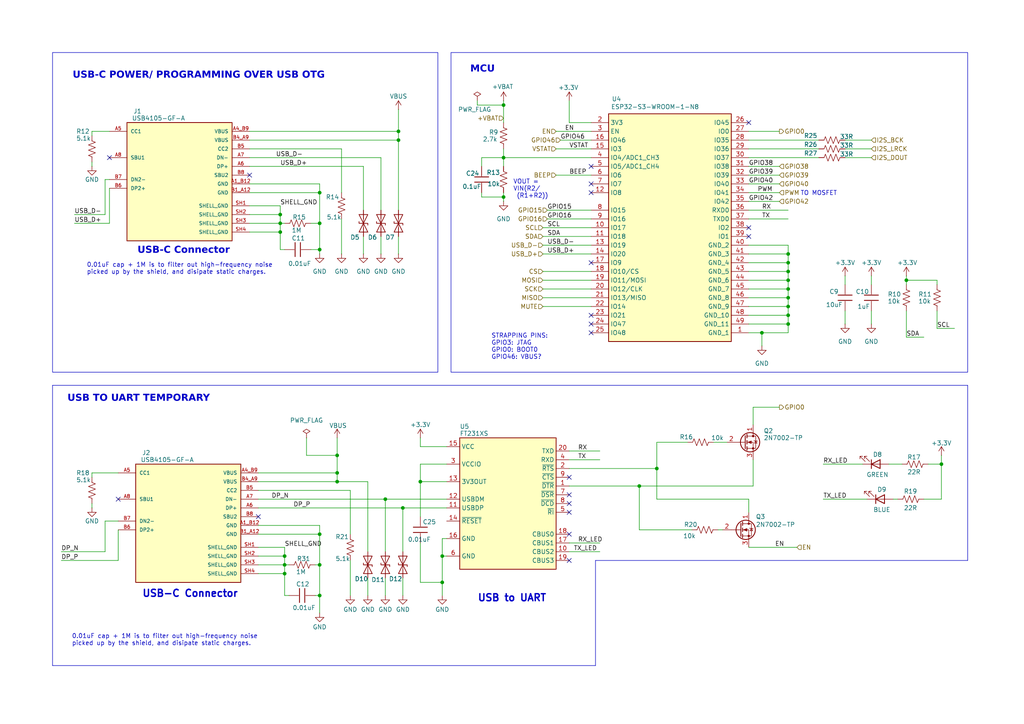
<source format=kicad_sch>
(kicad_sch (version 20250114) (generator "eeschema") (generator_version "9.0")
  (paper "A4")
  (lib_symbols
    (symbol "Device:C" (pin_numbers (hide yes)) (pin_names (offset 0.254))
      (property "Reference" "C" (at 0.635 2.54 0))
      (property "Value" "C" (at 0.635 -2.54 0))
      (symbol "C_1_1"
        (pin passive line (at 0 3.81 270) (length 2.794) (name "~") (number "1"))
        (pin passive line (at 0 -3.81 90) (length 2.794) (name "~") (number "2"))
      )
    )
    (symbol "Device:LED" (pin_numbers (hide yes)) (pin_names (offset 1.016) (hide yes))
      (property "Reference" "D" (at 0 2.54 0))
      (property "Value" "LED" (at 0 -2.54 0))
      (symbol "LED_1_1"
        (pin passive line (at -3.81 0 0) (length 2.54) (name "K") (number "1"))
        (pin passive line (at 3.81 0 180) (length 2.54) (name "A") (number "2"))
      )
    )
    (symbol "Device:R_US" (pin_numbers (hide yes)) (pin_names (offset 0))
      (property "Reference" "R" (at 2.54 0 90))
      (property "Value" "R_US" (at -2.54 0 90))
      (symbol "R_US_1_1"
        (pin passive line (at 0 3.81 270) (length 1.27) (name "~") (number "1"))
        (pin passive line (at 0 -3.81 90) (length 1.27) (name "~") (number "2"))
      )
    )
    (symbol "Diode:ESD9B5.0ST5G" (pin_numbers (hide yes)) (pin_names (offset 1.016) (hide yes))
      (property "Reference" "D" (at 0 2.54 0))
      (property "Value" "ESD9B5.0ST5G" (at 0 -2.54 0))
      (symbol "ESD9B5.0ST5G_1_1"
        (pin passive line (at -3.81 0 0) (length 2.54) (name "A1") (number "1"))
        (pin passive line (at 3.81 0 180) (length 2.54) (name "A2") (number "2"))
      )
    )
    (symbol "ESP32-S3-WROOM-1-N8:ESP32-S3-WROOM-1-N8"
      (property "Reference" "U" (at -10.16 29.21 0))
      (property "Value" "ESP32-S3-WROOM-1-N8" (at -10.16 26.67 0))
      (symbol "ESP32-S3-WROOM-1-N8_1_1"
        (pin passive line (at -15.24 21.59 0) (length 5.08) (name "3V3") (number "2"))
        (pin passive line (at -15.24 19.05 0) (length 5.08) (name "EN") (number "3"))
        (pin passive line (at -15.24 16.51 0) (length 5.08) (name "IO46") (number "16"))
        (pin passive line (at -15.24 13.97 0) (length 5.08) (name "IO3") (number "15"))
        (pin passive line (at -15.24 11.43 0) (length 5.08) (name "IO4/ADC1_CH3") (number "4"))
        (pin passive line (at -15.24 8.89 0) (length 5.08) (name "IO5/ADC1_CH4") (number "5"))
        (pin passive line (at -15.24 6.35 0) (length 5.08) (name "IO6") (number "6"))
        (pin passive line (at -15.24 3.81 0) (length 5.08) (name "IO7") (number "7"))
        (pin passive line (at -15.24 1.27 0) (length 5.08) (name "IO8") (number "12"))
        (pin passive line (at -15.24 -3.81 0) (length 5.08) (name "IO15") (number "8"))
        (pin passive line (at -15.24 -6.35 0) (length 5.08) (name "IO16") (number "9"))
        (pin passive line (at -15.24 -8.89 0) (length 5.08) (name "IO17") (number "10"))
        (pin passive line (at -15.24 -11.43 0) (length 5.08) (name "IO18") (number "11"))
        (pin passive line (at -15.24 -13.97 0) (length 5.08) (name "IO19") (number "13"))
        (pin passive line (at -15.24 -16.51 0) (length 5.08) (name "IO20") (number "14"))
        (pin passive line (at -15.24 -19.05 0) (length 5.08) (name "IO9") (number "17"))
        (pin passive line (at -15.24 -21.59 0) (length 5.08) (name "IO10/CS") (number "18"))
        (pin passive line (at -15.24 -24.13 0) (length 5.08) (name "IO11/MOSI") (number "19"))
        (pin passive line (at -15.24 -26.67 0) (length 5.08) (name "IO12/CLK") (number "20"))
        (pin passive line (at -15.24 -29.21 0) (length 5.08) (name "IO13/MISO") (number "21"))
        (pin passive line (at -15.24 -31.75 0) (length 5.08) (name "IO14") (number "22"))
        (pin passive line (at -15.24 -34.29 0) (length 5.08) (name "IO21") (number "23"))
        (pin passive line (at -15.24 -36.83 0) (length 5.08) (name "IO47") (number "24"))
        (pin passive line (at -15.24 -39.37 0) (length 5.08) (name "IO48") (number "25"))
        (pin passive line (at 30.48 21.59 180) (length 5.08) (name "IO45") (number "26"))
        (pin passive line (at 30.48 19.05 180) (length 5.08) (name "IO0") (number "27"))
        (pin passive line (at 30.48 16.51 180) (length 5.08) (name "IO35") (number "28"))
        (pin passive line (at 30.48 13.97 180) (length 5.08) (name "IO36") (number "29"))
        (pin passive line (at 30.48 11.43 180) (length 5.08) (name "IO37") (number "30"))
        (pin passive line (at 30.48 8.89 180) (length 5.08) (name "IO38") (number "31"))
        (pin passive line (at 30.48 6.35 180) (length 5.08) (name "IO39") (number "32"))
        (pin passive line (at 30.48 3.81 180) (length 5.08) (name "IO40") (number "33"))
        (pin passive line (at 30.48 1.27 180) (length 5.08) (name "IO41") (number "34"))
        (pin passive line (at 30.48 -1.27 180) (length 5.08) (name "IO42") (number "35"))
        (pin passive line (at 30.48 -3.81 180) (length 5.08) (name "RXD0") (number "36"))
        (pin passive line (at 30.48 -6.35 180) (length 5.08) (name "TXD0") (number "37"))
        (pin passive line (at 30.48 -8.89 180) (length 5.08) (name "IO2") (number "38"))
        (pin passive line (at 30.48 -11.43 180) (length 5.08) (name "IO1") (number "39"))
        (pin passive line (at 30.48 -13.97 180) (length 5.08) (name "GND_2") (number "40"))
        (pin passive line (at 30.48 -16.51 180) (length 5.08) (name "GND_3") (number "41"))
        (pin passive line (at 30.48 -19.05 180) (length 5.08) (name "GND_4") (number "42"))
        (pin passive line (at 30.48 -21.59 180) (length 5.08) (name "GND_5") (number "43"))
        (pin passive line (at 30.48 -24.13 180) (length 5.08) (name "GND_6") (number "44"))
        (pin passive line (at 30.48 -26.67 180) (length 5.08) (name "GND_7") (number "45"))
        (pin passive line (at 30.48 -29.21 180) (length 5.08) (name "GND_8") (number "46"))
        (pin passive line (at 30.48 -31.75 180) (length 5.08) (name "GND_9") (number "47"))
        (pin passive line (at 30.48 -34.29 180) (length 5.08) (name "GND_10") (number "48"))
        (pin passive line (at 30.48 -36.83 180) (length 5.08) (name "GND_11") (number "49"))
        (pin passive line (at 30.48 -39.37 180) (length 5.08) (name "GND_1") (number "1"))
      )
    )
    (symbol "Interface_USB:FT231XS"
      (property "Reference" "U" (at -13.97 20.32 0))
      (property "Value" "FT231XS" (at 7.62 20.32 0))
      (symbol "FT231XS_1_1"
        (pin power_in line (at -17.78 16.51 0) (length 3.81) (name "VCC") (number "15"))
        (pin power_in line (at -17.78 11.43 0) (length 3.81) (name "VCCIO") (number "3"))
        (pin power_out line (at -17.78 6.35 0) (length 3.81) (name "3V3OUT") (number "13"))
        (pin bidirectional line (at -17.78 1.27 0) (length 3.81) (name "USBDM") (number "12"))
        (pin bidirectional line (at -17.78 -1.27 0) (length 3.81) (name "USBDP") (number "11"))
        (pin input line (at -17.78 -5.08 0) (length 3.81) (name "~{RESET}") (number "14"))
        (pin power_in line (at -17.78 -10.16 0) (length 3.81) (name "GND") (number "16"))
        (pin power_in line (at -17.78 -15.24 0) (length 3.81) (name "GND") (number "6"))
        (pin output line (at 17.78 15.24 180) (length 3.81) (name "TXD") (number "20"))
        (pin input line (at 17.78 12.7 180) (length 3.81) (name "RXD") (number "4"))
        (pin output line (at 17.78 10.16 180) (length 3.81) (name "~{RTS}") (number "2"))
        (pin input line (at 17.78 7.62 180) (length 3.81) (name "~{CTS}") (number "9"))
        (pin output line (at 17.78 5.08 180) (length 3.81) (name "~{DTR}") (number "1"))
        (pin input line (at 17.78 2.54 180) (length 3.81) (name "~{DSR}") (number "7"))
        (pin input line (at 17.78 0 180) (length 3.81) (name "~{DCD}") (number "8"))
        (pin input line (at 17.78 -2.54 180) (length 3.81) (name "~{RI}") (number "5"))
        (pin bidirectional line (at 17.78 -8.89 180) (length 3.81) (name "CBUS0") (number "18"))
        (pin bidirectional line (at 17.78 -11.43 180) (length 3.81) (name "CBUS1") (number "17"))
        (pin bidirectional line (at 17.78 -13.97 180) (length 3.81) (name "CBUS2") (number "10"))
        (pin bidirectional line (at 17.78 -16.51 180) (length 3.81) (name "CBUS3") (number "19"))
      )
    )
    (symbol "Transistor_FET:BS108" (pin_names (hide yes))
      (property "Reference" "Q" (at 5.08 1.905 0))
      (property "Value" "BS108" (at 5.08 0 0))
      (symbol "BS108_1_1"
        (pin input line (at -5.08 0 0) (length 2.54) (name "G") (number "2"))
        (pin passive line (at 2.54 5.08 270) (length 2.54) (name "D") (number "1"))
        (pin passive line (at 2.54 -5.08 90) (length 2.54) (name "S") (number "3"))
      )
    )
    (symbol "USB4105-GF-A:USB4105-GF-A" (pin_names (offset 1.016))
      (property "Reference" "J" (at -13.97 13.462 0))
      (property "Value" "USB4105-GF-A" (at -14.732 -25.4 0))
      (symbol "USB4105-GF-A_0_0"
        (pin bidirectional line (at -20.32 10.16 0) (length 5.08) (name "CC1") (number "A5"))
        (pin bidirectional line (at -20.32 2.54 0) (length 5.08) (name "SBU1") (number "A8"))
        (pin power_in line (at 20.32 7.62 180) (length 5.08) (name "VBUS") (number "B4_A9"))
        (pin bidirectional line (at 20.32 5.08 180) (length 5.08) (name "CC2") (number "B5"))
        (pin bidirectional line (at 20.32 -2.54 180) (length 5.08) (name "SBU2") (number "B8"))
        (pin power_in line (at 20.32 -5.08 180) (length 5.08) (name "GND") (number "A1_B12"))
        (pin power_in line (at 20.32 -7.62 180) (length 5.08) (name "GND") (number "B1_A12"))
      )
      (symbol "USB4105-GF-A_1_0"
        (pin bidirectional line (at -20.32 -3.81 0) (length 5.08) (name "DN2-") (number "B7"))
        (pin bidirectional line (at -20.32 -6.35 0) (length 5.08) (name "DP2+") (number "B6"))
        (pin power_in line (at 20.32 10.16 180) (length 5.08) (name "VBUS") (number "A4_B9"))
        (pin bidirectional line (at 20.32 2.54 180) (length 5.08) (name "DN-") (number "A7"))
        (pin bidirectional line (at 20.32 0 180) (length 5.08) (name "DP+") (number "A6"))
        (pin passive line (at 20.32 -11.43 180) (length 5.08) (name "SHELL_GND") (number "SH1"))
        (pin passive line (at 20.32 -13.97 180) (length 5.08) (name "SHELL_GND") (number "SH2"))
        (pin passive line (at 20.32 -16.51 180) (length 5.08) (name "SHELL_GND") (number "SH3"))
        (pin passive line (at 20.32 -19.05 180) (length 5.08) (name "SHELL_GND") (number "SH4"))
      )
    )
    (symbol "USB4105-GF-A_1" (pin_names (offset 1.016))
      (property "Reference" "J" (at -13.97 13.462 0))
      (property "Value" "USB4105-GF-A" (at -14.732 -25.4 0))
      (symbol "USB4105-GF-A_1_0_0"
        (pin bidirectional line (at -20.32 10.16 0) (length 5.08) (name "CC1") (number "A5"))
        (pin bidirectional line (at -20.32 2.54 0) (length 5.08) (name "SBU1") (number "A8"))
        (pin power_in line (at 20.32 7.62 180) (length 5.08) (name "VBUS") (number "B4_A9"))
        (pin bidirectional line (at 20.32 5.08 180) (length 5.08) (name "CC2") (number "B5"))
        (pin bidirectional line (at 20.32 -2.54 180) (length 5.08) (name "SBU2") (number "B8"))
        (pin power_in line (at 20.32 -5.08 180) (length 5.08) (name "GND") (number "A1_B12"))
        (pin power_in line (at 20.32 -7.62 180) (length 5.08) (name "GND") (number "B1_A12"))
      )
      (symbol "USB4105-GF-A_1_1_0"
        (pin bidirectional line (at -20.32 -3.81 0) (length 5.08) (name "DN2-") (number "B7"))
        (pin bidirectional line (at -20.32 -6.35 0) (length 5.08) (name "DP2+") (number "B6"))
        (pin power_in line (at 20.32 10.16 180) (length 5.08) (name "VBUS") (number "A4_B9"))
        (pin bidirectional line (at 20.32 2.54 180) (length 5.08) (name "DN-") (number "A7"))
        (pin bidirectional line (at 20.32 0 180) (length 5.08) (name "DP+") (number "A6"))
        (pin passive line (at 20.32 -11.43 180) (length 5.08) (name "SHELL_GND") (number "SH1"))
        (pin passive line (at 20.32 -13.97 180) (length 5.08) (name "SHELL_GND") (number "SH2"))
        (pin passive line (at 20.32 -16.51 180) (length 5.08) (name "SHELL_GND") (number "SH3"))
        (pin passive line (at 20.32 -19.05 180) (length 5.08) (name "SHELL_GND") (number "SH4"))
      )
    )
    (symbol "power:+3.3V" (power) (pin_numbers (hide yes)) (pin_names (offset 0) (hide yes))
      (property "Value" "+3.3V" (at 0 3.556 0))
      (symbol "+3.3V_1_1"
        (pin power_in line (at 0 0 90) (length 0) (name "~") (number "1"))
      )
    )
    (symbol "power:+5V" (power) (pin_numbers (hide yes)) (pin_names (offset 0) (hide yes))
      (property "Value" "+5V" (at 0 3.556 0))
      (symbol "+5V_1_1"
        (pin power_in line (at 0 0 90) (length 0) (name "~") (number "1"))
      )
    )
    (symbol "power:+BATT" (power) (pin_numbers (hide yes)) (pin_names (offset 0) (hide yes))
      (property "Value" "+BATT" (at 0 3.556 0))
      (symbol "+BATT_1_1"
        (pin power_in line (at 0 0 90) (length 0) (name "~") (number "1"))
      )
    )
    (symbol "power:GND" (power) (pin_numbers (hide yes)) (pin_names (offset 0) (hide yes))
      (property "Value" "GND" (at 0 -3.81 0))
      (symbol "GND_1_1"
        (pin power_in line (at 0 0 270) (length 0) (name "~") (number "1"))
      )
    )
    (symbol "power:PWR_FLAG" (power) (pin_numbers (hide yes)) (pin_names (offset 0) (hide yes))
      (property "Value" "PWR_FLAG" (at 0 3.81 0))
      (symbol "PWR_FLAG_0_0"
        (pin power_out line (at 0 0 90) (length 0) (name "~") (number "1"))
      )
    )
    (symbol "power:VBUS" (power) (pin_numbers (hide yes)) (pin_names (offset 0) (hide yes))
      (property "Value" "VBUS" (at 0 3.556 0))
      (symbol "VBUS_1_1"
        (pin power_in line (at 0 0 90) (length 0) (name "~") (number "1"))
      )
    )
  )
  (rectangle (start 130.81 15.24) (end 280.67 107.95))
  (rectangle (start 15.24 15.24) (end 127 107.95))
  (rectangle (start 15.24 110.49) (end 165.1 182.88) (stroke (width -0.0001)))
  (text "USB-C POWER/ PROGRAMMING OVER USB OTG" (at 21.082 23.622 0) (effects (font (size 2 2) (thickness 1.016) (bold yes)) (justify left bottom)))
  (text "0.01uF cap + 1M is to filter out high-frequency noise \npicked up by the shield, and disipate static charges." (at 25.146 77.978 0) (effects (font (size 1.27 1.27)) (justify left)))
  (text "MCU" (at 136.398 21.844 0) (effects (font (size 2 2) (thickness 1.016) (bold yes)) (justify left bottom)))
  (text "0.01uF cap + 1M is to filter out high-frequency noise \npicked up by the shield, and disipate static charges." (at 20.828 185.674 0) (effects (font (size 1.27 1.27)) (justify left)))
  (text "VOUT = \nVIN(R2/\n (R1+R2))" (at 148.844 54.864 0) (effects (font (size 1.27 1.27)) (justify left)))
  (text "USB TO UART TEMPORARY" (at 19.558 117.348 0) (effects (font (size 2 2) (thickness 0.4064) (bold yes)) (justify left bottom)))
  (text "TO MOSFET" (at 232.156 56.134 0) (effects (font (size 1.27 1.27)) (justify left)))
  (text "USB-C Connector" (at 39.878 74.422 0) (effects (font (size 2 2) (thickness 0.4064) (bold yes)) (justify left bottom)))
  (text "STRAPPING PINS: \nGPIO3: JTAG\nGPIO0: BOOT0\nGPIO46: VBUS?" (at 142.494 100.584 0) (effects (font (size 1.27 1.27)) (justify left)))
  (text "USB to UART" (at 138.43 174.752 0) (effects (font (size 2.032 2.032) (thickness 0.4064) (bold yes)) (justify left bottom)))
  (text "USB-C Connector" (at 41.148 173.482 0) (effects (font (size 2.032 2.032) (thickness 0.4064) (bold yes)) (justify left bottom)))
  (junction (at 273.05 134.62))
  (junction (at 116.84 147.32))
  (junction (at 82.55 161.29))
  (junction (at 92.71 55.88))
  (junction (at 185.42 140.97))
  (junction (at 115.57 40.64))
  (junction (at 97.79 139.7))
  (junction (at 146.05 45.72))
  (junction (at 92.71 172.72))
  (junction (at 97.79 132.08))
  (junction (at 111.76 144.78))
  (junction (at 146.05 57.15))
  (junction (at 228.6 86.36))
  (junction (at 92.71 64.77))
  (junction (at 128.27 168.91))
  (junction (at 262.89 81.28))
  (junction (at 146.05 30.48))
  (junction (at 228.6 88.9))
  (junction (at 81.28 67.31))
  (junction (at 220.98 96.52))
  (junction (at 190.5 135.89))
  (junction (at 92.71 163.83))
  (junction (at 228.6 76.2))
  (junction (at 121.92 139.7))
  (junction (at 228.6 91.44))
  (junction (at 82.55 166.37))
  (junction (at 92.71 154.94))
  (junction (at 128.27 161.29))
  (junction (at 228.6 73.66))
  (junction (at 81.28 64.77))
  (junction (at 228.6 83.82))
  (junction (at 228.6 78.74))
  (junction (at 228.6 93.98))
  (junction (at 92.71 72.39))
  (junction (at 82.55 163.83))
  (junction (at 97.79 137.16))
  (junction (at 228.6 81.28))
  (junction (at 115.57 38.1))
  (junction (at 81.28 62.23))
  (no_connect (at 165.1 148.59))
  (no_connect (at 72.39 50.8))
  (no_connect (at 217.17 35.56))
  (no_connect (at 165.1 138.43))
  (no_connect (at 171.45 93.98))
  (no_connect (at 165.1 154.94))
  (no_connect (at 34.29 144.78))
  (no_connect (at 171.45 91.44))
  (no_connect (at 171.45 48.26))
  (no_connect (at 165.1 146.05))
  (no_connect (at 217.17 68.58))
  (no_connect (at 171.45 55.88))
  (no_connect (at 74.93 149.86))
  (no_connect (at 217.17 66.04))
  (no_connect (at 165.1 162.56))
  (no_connect (at 165.1 143.51))
  (no_connect (at 171.45 76.2))
  (no_connect (at 171.45 53.34))
  (no_connect (at 31.75 45.72))
  (no_connect (at 171.45 96.52))
  (wire (pts (xy 157.48 86.36) (xy 171.45 86.36)))
  (wire (pts (xy 115.57 40.64) (xy 115.57 60.96)))
  (wire (pts (xy 105.41 48.26) (xy 105.41 60.96)))
  (wire (pts (xy 226.06 118.11) (xy 218.44 118.11)))
  (wire (pts (xy 165.1 140.97) (xy 185.42 140.97)))
  (wire (pts (xy 146.05 45.72) (xy 146.05 48.26)))
  (wire (pts (xy 228.6 91.44) (xy 217.17 91.44)))
  (polyline (pts (xy 280.67 162.56) (xy 172.72 162.56)))
  (wire (pts (xy 217.17 60.96) (xy 228.6 60.96)))
  (wire (pts (xy 111.76 167.64) (xy 111.76 172.72)))
  (wire (pts (xy 158.75 63.5) (xy 171.45 63.5)))
  (wire (pts (xy 185.42 140.97) (xy 218.44 140.97)))
  (wire (pts (xy 115.57 38.1) (xy 115.57 40.64)))
  (wire (pts (xy 217.17 144.78) (xy 217.17 148.59)))
  (wire (pts (xy 273.05 134.62) (xy 269.24 134.62)))
  (wire (pts (xy 115.57 31.75) (xy 115.57 38.1)))
  (wire (pts (xy 161.29 50.8) (xy 171.45 50.8)))
  (wire (pts (xy 217.17 45.72) (xy 237.49 45.72)))
  (wire (pts (xy 81.28 72.39) (xy 81.28 67.31)))
  (wire (pts (xy 74.93 152.4) (xy 92.71 152.4)))
  (wire (pts (xy 273.05 132.08) (xy 273.05 134.62)))
  (wire (pts (xy 17.78 160.02) (xy 30.48 160.02)))
  (wire (pts (xy 74.93 158.75) (xy 82.55 158.75)))
  (wire (pts (xy 128.27 168.91) (xy 128.27 172.72)))
  (wire (pts (xy 271.78 95.25) (xy 276.86 95.25)))
  (wire (pts (xy 228.6 78.74) (xy 228.6 81.28)))
  (wire (pts (xy 139.7 45.72) (xy 146.05 45.72)))
  (wire (pts (xy 129.54 139.7) (xy 121.92 139.7)))
  (wire (pts (xy 228.6 86.36) (xy 228.6 88.9)))
  (wire (pts (xy 190.5 144.78) (xy 217.17 144.78)))
  (wire (pts (xy 161.29 38.1) (xy 171.45 38.1)))
  (wire (pts (xy 17.78 162.56) (xy 34.29 162.56)))
  (wire (pts (xy 82.55 172.72) (xy 82.55 166.37)))
  (wire (pts (xy 245.11 43.18) (xy 252.73 43.18)))
  (wire (pts (xy 238.76 144.78) (xy 251.46 144.78)))
  (wire (pts (xy 157.48 73.66) (xy 171.45 73.66)))
  (wire (pts (xy 105.41 68.58) (xy 105.41 73.66)))
  (wire (pts (xy 26.67 137.16) (xy 26.67 138.43)))
  (wire (pts (xy 92.71 64.77) (xy 92.71 72.39)))
  (wire (pts (xy 146.05 43.18) (xy 146.05 45.72)))
  (wire (pts (xy 259.08 144.78) (xy 260.35 144.78)))
  (wire (pts (xy 72.39 53.34) (xy 92.71 53.34)))
  (wire (pts (xy 74.93 137.16) (xy 97.79 137.16)))
  (wire (pts (xy 217.17 71.12) (xy 228.6 71.12)))
  (wire (pts (xy 220.98 96.52) (xy 220.98 100.33)))
  (wire (pts (xy 121.92 139.7) (xy 121.92 149.86)))
  (wire (pts (xy 217.17 48.26) (xy 226.06 48.26)))
  (wire (pts (xy 121.92 134.62) (xy 121.92 139.7)))
  (wire (pts (xy 116.84 167.64) (xy 116.84 172.72)))
  (wire (pts (xy 185.42 140.97) (xy 185.42 153.67)))
  (wire (pts (xy 92.71 154.94) (xy 92.71 163.83)))
  (wire (pts (xy 31.75 38.1) (xy 26.67 38.1)))
  (wire (pts (xy 83.82 163.83) (xy 82.55 163.83)))
  (wire (pts (xy 146.05 30.48) (xy 146.05 35.56)))
  (wire (pts (xy 217.17 86.36) (xy 228.6 86.36)))
  (wire (pts (xy 217.17 96.52) (xy 220.98 96.52)))
  (wire (pts (xy 72.39 67.31) (xy 81.28 67.31)))
  (wire (pts (xy 162.56 40.64) (xy 171.45 40.64)))
  (wire (pts (xy 34.29 162.56) (xy 34.29 153.67)))
  (wire (pts (xy 34.29 137.16) (xy 26.67 137.16)))
  (wire (pts (xy 245.11 80.01) (xy 245.11 82.55)))
  (wire (pts (xy 106.68 139.7) (xy 106.68 160.02)))
  (wire (pts (xy 72.39 62.23) (xy 81.28 62.23)))
  (wire (pts (xy 271.78 81.28) (xy 271.78 82.55)))
  (wire (pts (xy 217.17 38.1) (xy 226.06 38.1)))
  (wire (pts (xy 97.79 139.7) (xy 106.68 139.7)))
  (wire (pts (xy 26.67 38.1) (xy 26.67 39.37)))
  (wire (pts (xy 74.93 147.32) (xy 116.84 147.32)))
  (wire (pts (xy 99.06 43.18) (xy 99.06 55.88)))
  (wire (pts (xy 217.17 55.88) (xy 226.06 55.88)))
  (wire (pts (xy 228.6 73.66) (xy 228.6 76.2)))
  (wire (pts (xy 72.39 43.18) (xy 99.06 43.18)))
  (wire (pts (xy 165.1 35.56) (xy 171.45 35.56)))
  (wire (pts (xy 138.43 29.21) (xy 138.43 30.48)))
  (polyline (pts (xy 15.24 111.76) (xy 280.67 111.76)))
  (wire (pts (xy 92.71 55.88) (xy 92.71 64.77)))
  (wire (pts (xy 34.29 151.13) (xy 30.48 151.13)))
  (wire (pts (xy 157.48 71.12) (xy 171.45 71.12)))
  (wire (pts (xy 165.1 135.89) (xy 190.5 135.89)))
  (wire (pts (xy 217.17 73.66) (xy 228.6 73.66)))
  (wire (pts (xy 30.48 52.07) (xy 30.48 62.23)))
  (wire (pts (xy 245.11 90.17) (xy 245.11 93.98)))
  (wire (pts (xy 217.17 63.5) (xy 228.6 63.5)))
  (wire (pts (xy 92.71 152.4) (xy 92.71 154.94)))
  (wire (pts (xy 74.93 142.24) (xy 101.6 142.24)))
  (wire (pts (xy 217.17 58.42) (xy 226.06 58.42)))
  (wire (pts (xy 99.06 63.5) (xy 99.06 73.66)))
  (wire (pts (xy 262.89 90.17) (xy 262.89 97.79)))
  (wire (pts (xy 228.6 71.12) (xy 228.6 73.66)))
  (wire (pts (xy 74.93 166.37) (xy 82.55 166.37)))
  (wire (pts (xy 97.79 132.08) (xy 97.79 137.16)))
  (wire (pts (xy 72.39 38.1) (xy 115.57 38.1)))
  (wire (pts (xy 81.28 59.69) (xy 81.28 62.23)))
  (wire (pts (xy 157.48 88.9) (xy 171.45 88.9)))
  (wire (pts (xy 228.6 93.98) (xy 228.6 96.52)))
  (wire (pts (xy 157.48 81.28) (xy 171.45 81.28)))
  (wire (pts (xy 128.27 161.29) (xy 128.27 168.91)))
  (wire (pts (xy 171.45 45.72) (xy 146.05 45.72)))
  (wire (pts (xy 228.6 91.44) (xy 228.6 93.98)))
  (wire (pts (xy 146.05 57.15) (xy 146.05 58.42)))
  (wire (pts (xy 139.7 57.15) (xy 146.05 57.15)))
  (wire (pts (xy 72.39 48.26) (xy 105.41 48.26)))
  (wire (pts (xy 72.39 45.72) (xy 110.49 45.72)))
  (wire (pts (xy 157.48 66.04) (xy 171.45 66.04)))
  (wire (pts (xy 21.59 62.23) (xy 30.48 62.23)))
  (wire (pts (xy 217.17 83.82) (xy 228.6 83.82)))
  (wire (pts (xy 217.17 78.74) (xy 228.6 78.74)))
  (wire (pts (xy 90.17 64.77) (xy 92.71 64.77)))
  (wire (pts (xy 218.44 118.11) (xy 218.44 123.19)))
  (wire (pts (xy 262.89 81.28) (xy 262.89 82.55)))
  (wire (pts (xy 217.17 53.34) (xy 226.06 53.34)))
  (wire (pts (xy 217.17 40.64) (xy 237.49 40.64)))
  (wire (pts (xy 74.93 154.94) (xy 92.71 154.94)))
  (wire (pts (xy 116.84 147.32) (xy 129.54 147.32)))
  (wire (pts (xy 81.28 72.39) (xy 82.55 72.39)))
  (wire (pts (xy 31.75 52.07) (xy 30.48 52.07)))
  (wire (pts (xy 26.67 146.05) (xy 26.67 147.32)))
  (wire (pts (xy 26.67 46.99) (xy 26.67 48.26)))
  (wire (pts (xy 88.9 132.08) (xy 97.79 132.08)))
  (wire (pts (xy 245.11 45.72) (xy 252.73 45.72)))
  (polyline (pts (xy 280.67 111.76) (xy 280.67 162.56)))
  (wire (pts (xy 74.93 144.78) (xy 111.76 144.78)))
  (wire (pts (xy 82.55 158.75) (xy 82.55 161.29)))
  (wire (pts (xy 228.6 81.28) (xy 228.6 83.82)))
  (wire (pts (xy 208.28 153.67) (xy 209.55 153.67)))
  (wire (pts (xy 121.92 134.62) (xy 129.54 134.62)))
  (wire (pts (xy 217.17 50.8) (xy 226.06 50.8)))
  (wire (pts (xy 121.92 168.91) (xy 128.27 168.91)))
  (wire (pts (xy 72.39 64.77) (xy 81.28 64.77)))
  (wire (pts (xy 92.71 72.39) (xy 92.71 73.66)))
  (wire (pts (xy 228.6 88.9) (xy 228.6 91.44)))
  (wire (pts (xy 218.44 133.35) (xy 218.44 140.97)))
  (wire (pts (xy 217.17 158.75) (xy 231.14 158.75)))
  (wire (pts (xy 72.39 55.88) (xy 92.71 55.88)))
  (wire (pts (xy 165.1 133.35) (xy 173.99 133.35)))
  (wire (pts (xy 82.55 172.72) (xy 83.82 172.72)))
  (wire (pts (xy 121.92 157.48) (xy 121.92 168.91)))
  (wire (pts (xy 165.1 157.48) (xy 173.99 157.48)))
  (wire (pts (xy 128.27 156.21) (xy 129.54 156.21)))
  (wire (pts (xy 228.6 76.2) (xy 228.6 78.74)))
  (wire (pts (xy 228.6 83.82) (xy 228.6 86.36)))
  (wire (pts (xy 267.97 144.78) (xy 273.05 144.78)))
  (wire (pts (xy 146.05 55.88) (xy 146.05 57.15)))
  (wire (pts (xy 157.48 78.74) (xy 171.45 78.74)))
  (wire (pts (xy 81.28 64.77) (xy 81.28 67.31)))
  (wire (pts (xy 245.11 40.64) (xy 252.73 40.64)))
  (wire (pts (xy 97.79 139.7) (xy 97.79 137.16)))
  (wire (pts (xy 30.48 151.13) (xy 30.48 160.02)))
  (wire (pts (xy 110.49 68.58) (xy 110.49 73.66)))
  (wire (pts (xy 129.54 129.54) (xy 121.92 129.54)))
  (wire (pts (xy 90.17 72.39) (xy 92.71 72.39)))
  (wire (pts (xy 111.76 144.78) (xy 111.76 160.02)))
  (wire (pts (xy 81.28 62.23) (xy 81.28 64.77)))
  (wire (pts (xy 157.48 83.82) (xy 171.45 83.82)))
  (wire (pts (xy 139.7 48.26) (xy 139.7 45.72)))
  (wire (pts (xy 217.17 93.98) (xy 228.6 93.98)))
  (wire (pts (xy 88.9 127) (xy 88.9 132.08)))
  (wire (pts (xy 111.76 144.78) (xy 129.54 144.78)))
  (wire (pts (xy 138.43 30.48) (xy 146.05 30.48)))
  (wire (pts (xy 97.79 127) (xy 97.79 132.08)))
  (wire (pts (xy 91.44 163.83) (xy 92.71 163.83)))
  (wire (pts (xy 165.1 130.81) (xy 173.99 130.81)))
  (wire (pts (xy 262.89 97.79) (xy 267.97 97.79)))
  (wire (pts (xy 157.48 68.58) (xy 171.45 68.58)))
  (wire (pts (xy 74.93 163.83) (xy 82.55 163.83)))
  (wire (pts (xy 82.55 163.83) (xy 82.55 166.37)))
  (wire (pts (xy 101.6 142.24) (xy 101.6 154.94)))
  (wire (pts (xy 257.81 134.62) (xy 261.62 134.62)))
  (wire (pts (xy 262.89 81.28) (xy 271.78 81.28)))
  (wire (pts (xy 252.73 90.17) (xy 252.73 93.98)))
  (wire (pts (xy 82.55 161.29) (xy 82.55 163.83)))
  (wire (pts (xy 161.29 43.18) (xy 171.45 43.18)))
  (wire (pts (xy 72.39 59.69) (xy 81.28 59.69)))
  (wire (pts (xy 190.5 128.27) (xy 190.5 135.89)))
  (wire (pts (xy 74.93 139.7) (xy 97.79 139.7)))
  (wire (pts (xy 217.17 81.28) (xy 228.6 81.28)))
  (wire (pts (xy 271.78 90.17) (xy 271.78 95.25)))
  (wire (pts (xy 165.1 29.21) (xy 165.1 35.56)))
  (wire (pts (xy 91.44 172.72) (xy 92.71 172.72)))
  (wire (pts (xy 185.42 153.67) (xy 200.66 153.67)))
  (wire (pts (xy 106.68 167.64) (xy 106.68 172.72)))
  (wire (pts (xy 217.17 43.18) (xy 237.49 43.18)))
  (wire (pts (xy 92.71 53.34) (xy 92.71 55.88)))
  (wire (pts (xy 128.27 161.29) (xy 128.27 156.21)))
  (wire (pts (xy 217.17 88.9) (xy 228.6 88.9)))
  (wire (pts (xy 115.57 68.58) (xy 115.57 73.66)))
  (wire (pts (xy 252.73 80.01) (xy 252.73 82.55)))
  (wire (pts (xy 74.93 161.29) (xy 82.55 161.29)))
  (wire (pts (xy 262.89 80.01) (xy 262.89 81.28)))
  (wire (pts (xy 273.05 134.62) (xy 273.05 144.78)))
  (polyline (pts (xy 172.72 162.56) (xy 172.72 193.04)))
  (wire (pts (xy 92.71 172.72) (xy 92.71 177.8)))
  (wire (pts (xy 72.39 40.64) (xy 115.57 40.64)))
  (wire (pts (xy 101.6 162.56) (xy 101.6 172.72)))
  (wire (pts (xy 110.49 60.96) (xy 110.49 45.72)))
  (wire (pts (xy 116.84 147.32) (xy 116.84 160.02)))
  (wire (pts (xy 82.55 64.77) (xy 81.28 64.77)))
  (wire (pts (xy 165.1 160.02) (xy 173.99 160.02)))
  (wire (pts (xy 21.59 64.77) (xy 31.75 64.77)))
  (wire (pts (xy 146.05 29.21) (xy 146.05 30.48)))
  (wire (pts (xy 139.7 55.88) (xy 139.7 57.15)))
  (wire (pts (xy 158.75 60.96) (xy 171.45 60.96)))
  (wire (pts (xy 92.71 163.83) (xy 92.71 172.72)))
  (polyline (pts (xy 15.24 111.76) (xy 15.24 193.04)))
  (polyline (pts (xy 172.72 193.04) (xy 15.24 193.04)))
  (wire (pts (xy 217.17 76.2) (xy 228.6 76.2)))
  (wire (pts (xy 129.54 161.29) (xy 128.27 161.29)))
  (wire (pts (xy 31.75 64.77) (xy 31.75 54.61)))
  (wire (pts (xy 190.5 128.27) (xy 199.39 128.27)))
  (wire (pts (xy 121.92 127) (xy 121.92 129.54)))
  (wire (pts (xy 190.5 135.89) (xy 190.5 144.78)))
  (wire (pts (xy 207.01 128.27) (xy 210.82 128.27)))
  (wire (pts (xy 220.98 96.52) (xy 228.6 96.52)))
  (wire (pts (xy 238.76 134.62) (xy 250.19 134.62)))
  (label "DP_P" (at 17.78 162.56 0))
  (label "VSTAT" (at 165.1 43.18 0))
  (label "USB_D+" (at 158.75 73.66 0))
  (label "PWM" (at 219.71 55.88 0))
  (label "SHELL_GND" (at 81.28 59.69 0))
  (label "SDA" (at 158.75 68.58 0))
  (label "USB_D-" (at 80.01 45.72 0))
  (label "DP_P" (at 85.09 147.32 0))
  (label "GPIO42" (at 217.17 58.42 0))
  (label "SCL" (at 158.75 66.04 0))
  (label "GPIO16" (at 158.75 63.5 0))
  (label "EN" (at 224.79 158.75 0))
  (label "USB_D-" (at 158.75 71.12 0))
  (label "SCL" (at 271.78 95.25 0))
  (label "GPIO40" (at 217.17 53.34 0))
  (label "EN" (at 163.83 38.1 0))
  (label "GPIO46" (at 162.56 40.64 0))
  (label "USB_D+" (at 81.28 48.26 0))
  (label "TX_LED" (at 238.76 144.78 0))
  (label "USB_D-" (at 21.59 62.23 0))
  (label "USB_D+" (at 21.59 64.77 0))
  (label "RX" (at 167.64 130.81 0))
  (label "RX" (at 220.98 60.96 0))
  (label "TX" (at 220.98 63.5 0))
  (label "BEEP" (at 165.1 50.8 0))
  (label "GPIO15" (at 158.75 60.96 0))
  (label "RX_LED" (at 238.76 134.62 0))
  (label "GPIO39" (at 217.17 50.8 0))
  (label "DP_N" (at 17.78 160.02 0))
  (label "RX_LED" (at 167.64 157.48 0))
  (label "DP_N" (at 78.74 144.78 0))
  (label "SHELL_GND" (at 82.55 158.75 0))
  (label "GPIO38" (at 217.17 48.26 0))
  (label "TX" (at 167.64 133.35 0))
  (label "SDA" (at 262.89 97.79 0))
  (label "TX_LED" (at 166.37 160.02 0))
  (hierarchical_label "GPIO0" (shape output) (at 226.06 118.11 0))
  (hierarchical_label "I2S_BCK" (shape input) (at 252.73 40.64 0))
  (hierarchical_label "USB_D+" (shape input) (at 157.48 73.66 180))
  (hierarchical_label "GPIO0" (shape output) (at 226.06 38.1 0))
  (hierarchical_label "I2S_DOUT" (shape input) (at 252.73 45.72 0))
  (hierarchical_label "SDA" (shape input) (at 157.48 68.58 180))
  (hierarchical_label "CS" (shape input) (at 157.48 78.74 180))
  (hierarchical_label "GPIO40" (shape input) (at 226.06 53.34 0))
  (hierarchical_label "USB_D-" (shape input) (at 157.48 71.12 180))
  (hierarchical_label "EN" (shape input) (at 231.14 158.75 0))
  (hierarchical_label "GPIO15" (shape input) (at 158.75 60.96 180))
  (hierarchical_label "EN" (shape input) (at 161.29 38.1 180))
  (hierarchical_label "MISO" (shape input) (at 157.48 86.36 180))
  (hierarchical_label "PWM" (shape input) (at 226.06 55.88 0))
  (hierarchical_label "BEEP" (shape input) (at 161.29 50.8 180))
  (hierarchical_label "GPIO42" (shape input) (at 226.06 58.42 0))
  (hierarchical_label "GPIO39" (shape input) (at 226.06 50.8 0))
  (hierarchical_label "GPIO38" (shape input) (at 226.06 48.26 0))
  (hierarchical_label "I2S_LRCK" (shape input) (at 252.73 43.18 0))
  (hierarchical_label "SCL" (shape input) (at 157.48 66.04 180))
  (hierarchical_label "SCK" (shape input) (at 157.48 83.82 180))
  (hierarchical_label "GPIO16" (shape input) (at 158.75 63.5 180))
  (hierarchical_label "VSTAT" (shape input) (at 161.29 43.18 180))
  (hierarchical_label "+VBAT" (shape input) (at 146.05 34.29 180))
  (hierarchical_label "MOSI" (shape input) (at 157.48 81.28 180))
  (hierarchical_label "MUTE" (shape input) (at 157.48 88.9 180))
  (hierarchical_label "GPIO46" (shape input) (at 162.56 40.64 180))
  (symbol (lib_id "power:GND") (at 26.67 48.26 0) (unit 1)
    (property "Reference" "#PWR033" (effects (hide yes)))
    (property "Value" "GND" (at 26.67 52.07 0))
  )
  (symbol (lib_name "USB4105-GF-A_1") (lib_id "USB4105-GF-A:USB4105-GF-A") (at 52.07 48.26 0) (unit 1)
    (property "Reference" "J1" (at 39.878 32.258 0))
    (property "Value" "USB4105-GF-A" (at 45.974 34.29 0))
    (property "Footprint" "USB4105-GF-A:GCT_USB4105-GF-A" (effects (hide yes)))
    (property "MPN" "USB4105-GF-A" (effects (hide yes)))
  )
  (symbol (lib_id "power:+3.3V") (at 245.11 80.01 0) (unit 1)
    (property "Reference" "#PWR019" (effects (hide yes)))
    (property "Value" "+3.3V" (at 245.11 76.2 0))
    (property "Description" "Power symbol creates a global label with name \"+3.3V\"" (effects (hide yes)))
  )
  (symbol (lib_id "power:GND") (at 101.6 172.72 0) (unit 1)
    (property "Reference" "#PWR043" (effects (hide yes)))
    (property "Value" "GND" (at 101.6 176.784 0))
    (property "Description" "Power symbol creates a global label with name \"GND\" , ground" (effects (hide yes)))
  )
  (symbol (lib_id "power:GND") (at 220.98 100.33 0) (unit 1)
    (property "Reference" "#PWR079" (effects (hide yes)))
    (property "Value" "GND" (at 220.98 105.41 0))
    (property "Description" "Power symbol creates a global label with name \"GND\" , ground" (effects (hide yes)))
  )
  (symbol (lib_id "Device:R_US") (at 264.16 144.78 270) (unit 1)
    (property "Reference" "R19" (at 262.128 142.494 90) (effects (justify left)))
    (property "Value" "22R" (at 262.128 147.32 90) (effects (justify left)))
    (property "Footprint" "Resistor_SMD:R_0805_2012Metric" (effects (hide yes)))
    (property "Description" "Resistor, US symbol" (effects (hide yes)))
    (property "MPN" "RC0805FR-0722RL" (effects (hide yes)))
  )
  (symbol (lib_id "power:GND") (at 115.57 73.66 0) (unit 1)
    (property "Reference" "#PWR083" (effects (hide yes)))
    (property "Value" "GND" (at 115.57 78.74 0))
    (property "Description" "Power symbol creates a global label with name \"GND\" , ground" (effects (hide yes)))
  )
  (symbol (lib_id "power:GND") (at 106.68 172.72 0) (unit 1)
    (property "Reference" "#PWR065" (effects (hide yes)))
    (property "Value" "GND" (at 106.68 176.784 0))
    (property "Description" "Power symbol creates a global label with name \"GND\" , ground" (effects (hide yes)))
  )
  (symbol (lib_id "USB4105-GF-A:USB4105-GF-A") (at 54.61 147.32 0) (unit 1)
    (property "Reference" "J2" (at 42.418 131.318 0))
    (property "Value" "USB4105-GF-A" (at 48.514 133.35 0))
    (property "Footprint" "USB4105-GF-A:GCT_USB4105-GF-A" (effects (hide yes)))
    (property "MPN" "USB4105-GF-A" (effects (hide yes)))
  )
  (symbol (lib_id "power:GND") (at 92.71 177.8 0) (unit 1)
    (property "Reference" "#PWR041" (effects (hide yes)))
    (property "Value" "GND" (at 92.71 181.864 0))
    (property "Description" "Power symbol creates a global label with name \"GND\" , ground" (effects (hide yes)))
  )
  (symbol (lib_id "power:GND") (at 110.49 73.66 0) (unit 1)
    (property "Reference" "#PWR082" (effects (hide yes)))
    (property "Value" "GND" (at 110.49 78.74 0))
    (property "Description" "Power symbol creates a global label with name \"GND\" , ground" (effects (hide yes)))
  )
  (symbol (lib_id "ESP32-S3-WROOM-1-N8:ESP32-S3-WROOM-1-N8") (at 186.69 57.15 0) (unit 1)
    (property "Reference" "U4" (at 178.816 28.702 0))
    (property "Value" "ESP32-S3-WROOM-1-N8" (at 189.992 30.988 0))
    (property "Footprint" "KiCad:ESP32S3WROOM1N8R2" (effects (hide yes)))
    (property "Datasheet" "https://www.espressif.com/sites/default/files/documentation/esp32-s3-wroom-1_wroom-1u_datasheet_en.pdf" (effects (hide yes)))
    (property "Description" "SMD MODULE, ESP32-S3, 8 MB SPI F" (effects (hide yes)))
    (property "Height" "3.25" (effects (hide yes)))
    (property "Mouser Part Number" "356-ESP32-S3WROOM1N8" (effects (hide yes)))
    (property "Mouser Price/Stock" "https://www.mouser.co.uk/ProductDetail/Espressif-Systems/ESP32-S3-WROOM-1-N8?qs=Wj%2FVkw3K%252BMC1mq0KGPvoSQ%3D%3D" (effects (hide yes)))
    (property "Manufacturer_Name" "Espressif Systems" (effects (hide yes)))
    (property "MPN" "ESP32-S3-WROOM-1-N8" (effects (hide yes)))
  )
  (symbol (lib_id "power:GND") (at 116.84 172.72 0) (unit 1)
    (property "Reference" "#PWR076" (effects (hide yes)))
    (property "Value" "GND" (at 116.84 176.784 0))
    (property "Description" "Power symbol creates a global label with name \"GND\" , ground" (effects (hide yes)))
  )
  (symbol (lib_id "Device:C") (at 245.11 86.36 0) (unit 1)
    (property "Reference" "C9" (at 240.538 84.582 0) (effects (justify left)))
    (property "Value" "10uF" (at 239.522 88.392 0) (effects (justify left)))
    (property "Footprint" "Capacitor_SMD:C_0805_2012Metric" (effects (hide yes)))
    (property "Description" "Unpolarized capacitor" (effects (hide yes)))
    (property "MPN" "CL21B106KPQNNNE" (effects (hide yes)))
  )
  (symbol (lib_id "power:+BATT") (at 146.05 29.21 0) (unit 1)
    (property "Reference" "#PWR012" (effects (hide yes)))
    (property "Value" "+VBAT" (at 145.796 25.146 0))
    (property "Description" "Power symbol creates a global label with name \"+BATT\"" (effects (hide yes)))
  )
  (symbol (lib_id "Device:R_US") (at 262.89 86.36 180) (unit 1)
    (property "Reference" "R10" (at 261.366 85.344 0) (effects (justify left)))
    (property "Value" "10k" (at 261.112 87.376 0) (effects (justify left)))
    (property "Footprint" "Resistor_SMD:R_0805_2012Metric" (effects (hide yes)))
    (property "Description" "Resistor, US symbol" (effects (hide yes)))
    (property "MPN" "RMCF0805FT10K0" (effects (hide yes)))
  )
  (symbol (lib_id "power:+3.3V") (at 165.1 29.21 0) (unit 1)
    (property "Reference" "#PWR018" (effects (hide yes)))
    (property "Value" "+3.3V" (at 164.846 25.4 0))
    (property "Description" "Power symbol creates a global label with name \"+3.3V\"" (effects (hide yes)))
  )
  (symbol (lib_id "power:+5V") (at 121.92 127 0) (unit 1)
    (property "Reference" "#PWR028" (effects (hide yes)))
    (property "Value" "+3.3V" (at 121.92 123.19 0))
    (property "Description" "Power symbol creates a global label with name \"+5V\"" (effects (hide yes)))
  )
  (symbol (lib_id "Interface_USB:FT231XS") (at 147.32 146.05 0) (unit 1)
    (property "Reference" "U5" (at 133.35 123.698 0) (effects (justify left)))
    (property "Value" "FT231XS" (at 133.35 125.73 0) (effects (justify left)))
    (property "Footprint" "Package_SO:SSOP-20_3.9x8.7mm_P0.635mm" (effects (hide yes)))
    (property "Datasheet" "https://www.ftdichip.com/Support/Documents/DataSheets/ICs/DS_FT231X.pdf" (effects (hide yes)))
    (property "Description" "Full Speed USB to Full Handshake UART, SSOP-20" (effects (hide yes)))
    (property "MPN" "FT231XS-R" (effects (hide yes)))
  )
  (symbol (lib_id "power:GND") (at 26.67 147.32 0) (unit 1)
    (property "Reference" "#PWR044" (effects (hide yes)))
    (property "Value" "GND" (at 26.67 151.13 0))
  )
  (symbol (lib_id "Device:R_US") (at 271.78 86.36 180) (unit 1)
    (property "Reference" "R11" (at 270.256 85.344 0) (effects (justify left)))
    (property "Value" "10k" (at 270.002 87.376 0) (effects (justify left)))
    (property "Footprint" "Resistor_SMD:R_0805_2012Metric" (effects (hide yes)))
    (property "Description" "Resistor, US symbol" (effects (hide yes)))
    (property "MPN" "RMCF0805FT10K0" (effects (hide yes)))
  )
  (symbol (lib_id "Diode:ESD9B5.0ST5G") (at 116.84 163.83 270) (unit 1)
    (property "Reference" "D12" (at 112.776 167.894 90) (effects (justify left)))
    (property "Value" "ESD9B5.0ST5G" (effects (hide yes)))
    (property "Footprint" "Diode_SMD:D_SOD-923" (effects (hide yes)))
    (property "Datasheet" "https://www.digikey.com/en/products/detail/onsemi/ESD9B5-0ST5G/1646449" (effects (hide yes)))
    (property "Description" "ESD protection diode, 5.0Vrwm, SOD-923" (effects (hide yes)))
    (property "MPN" "ESD9B5.0ST5G" (effects (hide yes)))
  )
  (symbol (lib_id "Device:R_US") (at 99.06 59.69 0) (unit 1)
    (property "Reference" "R14" (at 94.488 57.15 0) (effects (justify left)))
    (property "Value" "5.1k" (at 94.742 62.992 0) (effects (justify left)))
    (property "Footprint" "Resistor_SMD:R_0805_2012Metric" (effects (hide yes)))
    (property "Description" "Resistor, US symbol" (effects (hide yes)))
    (property "MPN" "RC0805JR-075K1L" (effects (hide yes)))
  )
  (symbol (lib_id "Diode:ESD9B5.0ST5G") (at 111.76 163.83 270) (unit 1)
    (property "Reference" "D11" (at 107.696 168.148 90) (effects (justify left)))
    (property "Value" "ESD9B5.0ST5G" (effects (hide yes)))
    (property "Footprint" "Diode_SMD:D_SOD-923" (effects (hide yes)))
    (property "Datasheet" "https://www.digikey.com/en/products/detail/onsemi/ESD9B5-0ST5G/1646449" (effects (hide yes)))
    (property "Description" "ESD protection diode, 5.0Vrwm, SOD-923" (effects (hide yes)))
    (property "MPN" "ESD9B5.0ST5G" (effects (hide yes)))
  )
  (symbol (lib_id "power:GND") (at 245.11 93.98 0) (unit 1)
    (property "Reference" "#PWR084" (effects (hide yes)))
    (property "Value" "GND" (at 245.11 99.06 0))
    (property "Description" "Power symbol creates a global label with name \"GND\" , ground" (effects (hide yes)))
  )
  (symbol (lib_id "power:GND") (at 99.06 73.66 0) (unit 1)
    (property "Reference" "#PWR080" (effects (hide yes)))
    (property "Value" "GND" (at 99.06 78.74 0))
    (property "Description" "Power symbol creates a global label with name \"GND\" , ground" (effects (hide yes)))
  )
  (symbol (lib_id "power:GND") (at 92.71 73.66 0) (unit 1)
    (property "Reference" "#PWR032" (effects (hide yes)))
    (property "Value" "GND" (at 92.71 78.74 0))
    (property "Description" "Power symbol creates a global label with name \"GND\" , ground" (effects (hide yes)))
  )
  (symbol (lib_id "Device:C") (at 87.63 172.72 270) (unit 1)
    (property "Reference" "C12" (at 85.852 169.418 90) (effects (justify left)))
    (property "Value" "0.01uF" (at 84.836 176.276 90) (effects (justify left)))
    (property "Footprint" "Capacitor_SMD:C_0805_2012Metric" (effects (hide yes)))
    (property "Description" "Unpolarized capacitor" (effects (hide yes)))
    (property "MPN" "C0805C103K5RACTU" (effects (hide yes)))
  )
  (symbol (lib_id "Device:R_US") (at 26.67 43.18 0) (unit 1)
    (property "Reference" "R12" (at 22.098 38.1 0) (effects (justify left)))
    (property "Value" "5.1k" (at 22.098 40.132 0) (effects (justify left)))
    (property "Footprint" "Resistor_SMD:R_0805_2012Metric" (effects (hide yes)))
    (property "Description" "Resistor, US symbol" (effects (hide yes)))
    (property "MPN" "RC0805JR-075K1L" (effects (hide yes)))
  )
  (symbol (lib_id "power:PWR_FLAG") (at 138.43 29.21 0) (unit 1)
    (property "Reference" "#FLG02" (effects (hide yes)))
    (property "Value" "PWR_FLAG" (at 137.668 31.75 0))
    (property "Description" "Special symbol for telling ERC where power comes from" (effects (hide yes)))
  )
  (symbol (lib_id "Device:R_US") (at 101.6 158.75 0) (unit 1)
    (property "Reference" "R21" (at 97.282 155.702 0) (effects (justify left)))
    (property "Value" "5.1k" (at 97.282 162.052 0) (effects (justify left)))
    (property "Footprint" "Resistor_SMD:R_0805_2012Metric" (effects (hide yes)))
    (property "Description" "Resistor, US symbol" (effects (hide yes)))
    (property "MPN" "RC0805JR-075K1L" (effects (hide yes)))
  )
  (symbol (lib_id "Device:R_US") (at 241.3 45.72 270) (unit 1)
    (property "Reference" "R27" (at 233.172 44.45 90) (effects (justify left)))
    (property "Value" "33R" (at 243.586 44.704 90) (effects (justify left)))
    (property "Footprint" "Resistor_SMD:R_0805_2012Metric" (effects (hide yes)))
    (property "Description" "Resistor, US symbol" (effects (hide yes)))
    (property "MPN" "RC0805FR-0733RL" (effects (hide yes)))
  )
  (symbol (lib_id "power:GND") (at 105.41 73.66 0) (unit 1)
    (property "Reference" "#PWR081" (effects (hide yes)))
    (property "Value" "GND" (at 105.41 78.74 0))
    (property "Description" "Power symbol creates a global label with name \"GND\" , ground" (effects (hide yes)))
  )
  (symbol (lib_id "Device:LED") (at 254 134.62 0) (mirror x) (unit 1)
    (property "Reference" "D8" (at 254.508 131.826 0))
    (property "Value" "GREEN" (at 254.508 137.668 0))
    (property "Footprint" "LED_SMD:LED_0805_2012Metric" (effects (hide yes)))
    (property "MPN" "150080GS75000" (effects (hide yes)))
  )
  (symbol (lib_id "Transistor_FET:BS108") (at 215.9 128.27 0) (unit 1)
    (property "Reference" "Q2" (at 221.488 124.968 0) (effects (justify left)))
    (property "Value" "2N7002-TP" (at 221.488 127 0) (effects (justify left)))
    (property "Footprint" "Package_TO_SOT_THT:TO-92_Inline" (effects (hide yes)))
    (property "Datasheet" "http://www.redrok.com/MOSFET_BS108_200V_250mA_8O_Vth1.5_TO-92.PDF" (effects (hide yes)))
    (property "Description" "0.25A Id, 200V Vds, N-Channel MOSFET, TO-92" (effects (hide yes)))
    (property "MPN" "2N7002-TP" (effects (hide yes)))
  )
  (symbol (lib_id "Device:R_US") (at 146.05 52.07 180) (unit 1)
    (property "Reference" "R13" (at 145.034 50.038 0) (effects (justify left)))
    (property "Value" "10k" (at 145.034 53.34 0) (effects (justify left)))
    (property "Footprint" "Resistor_SMD:R_0805_2012Metric" (effects (hide yes)))
    (property "Description" "Resistor, US symbol" (effects (hide yes)))
    (property "MPN" "RMCF0805FT10K0" (effects (hide yes)))
  )
  (symbol (lib_id "power:+3.3V") (at 273.05 132.08 0) (unit 1)
    (property "Reference" "#PWR027" (effects (hide yes)))
    (property "Value" "+3.3V" (at 273.05 128.524 0))
    (property "Description" "Power symbol creates a global label with name \"+3.3V\"" (effects (hide yes)))
  )
  (symbol (lib_id "Device:R_US") (at 146.05 39.37 180) (unit 1)
    (property "Reference" "R9" (at 144.526 38.354 0) (effects (justify left)))
    (property "Value" "2.7k" (at 144.272 40.386 0) (effects (justify left)))
    (property "Footprint" "Resistor_SMD:R_0805_2012Metric" (effects (hide yes)))
    (property "Description" "Resistor, US symbol" (effects (hide yes)))
    (property "MPN" "CRG0805F2K7" (effects (hide yes)))
  )
  (symbol (lib_id "Transistor_FET:BS108") (at 214.63 153.67 0) (unit 1)
    (property "Reference" "Q3" (at 219.202 149.86 0) (effects (justify left)))
    (property "Value" "2N7002-TP" (at 219.202 152.146 0) (effects (justify left)))
    (property "Footprint" "Package_TO_SOT_THT:TO-92_Inline" (effects (hide yes)))
    (property "Datasheet" "http://www.redrok.com/MOSFET_BS108_200V_250mA_8O_Vth1.5_TO-92.PDF" (effects (hide yes)))
    (property "Description" "0.25A Id, 200V Vds, N-Channel MOSFET, TO-92" (effects (hide yes)))
    (property "MPN" "2N7002-TP" (effects (hide yes)))
  )
  (symbol (lib_id "Device:C") (at 121.92 153.67 180) (unit 1)
    (property "Reference" "C25" (at 126.492 151.384 0) (effects (justify left)))
    (property "Value" "0.01uF" (at 124.968 156.464 0) (effects (justify left)))
    (property "Footprint" "Capacitor_SMD:C_0805_2012Metric" (effects (hide yes)))
    (property "Description" "Unpolarized capacitor" (effects (hide yes)))
    (property "MPN" "C0805C103K5RACTU" (effects (hide yes)))
  )
  (symbol (lib_id "Device:C") (at 139.7 52.07 0) (unit 1)
    (property "Reference" "C24" (at 135.128 50.292 0) (effects (justify left)))
    (property "Value" "0.1uF" (at 134.112 54.102 0) (effects (justify left)))
    (property "Footprint" "Capacitor_SMD:C_0805_2012Metric" (effects (hide yes)))
    (property "Description" "Unpolarized capacitor" (effects (hide yes)))
    (property "MPN" "CC0805KRX7R9BB104" (effects (hide yes)))
  )
  (symbol (lib_id "power:+3.3V") (at 262.89 80.01 0) (unit 1)
    (property "Reference" "#PWR059" (effects (hide yes)))
    (property "Value" "+3.3V" (at 263.144 76.2 0))
    (property "Description" "Power symbol creates a global label with name \"+3.3V\"" (effects (hide yes)))
  )
  (symbol (lib_id "power:+3.3V") (at 252.73 80.01 0) (unit 1)
    (property "Reference" "#PWR042" (effects (hide yes)))
    (property "Value" "+3.3V" (at 252.73 76.2 0))
    (property "Description" "Power symbol creates a global label with name \"+3.3V\"" (effects (hide yes)))
  )
  (symbol (lib_id "Device:R_US") (at 203.2 128.27 270) (unit 1)
    (property "Reference" "R16" (at 197.104 126.746 90) (effects (justify left)))
    (property "Value" "10k" (at 206.248 127 90) (effects (justify left)))
    (property "Footprint" "Resistor_SMD:R_0805_2012Metric" (effects (hide yes)))
    (property "Description" "Resistor, US symbol" (effects (hide yes)))
    (property "MPN" "RMCF0805FT10K0" (effects (hide yes)))
  )
  (symbol (lib_id "power:GND") (at 252.73 93.98 0) (unit 1)
    (property "Reference" "#PWR085" (effects (hide yes)))
    (property "Value" "GND" (at 252.73 99.06 0))
    (property "Description" "Power symbol creates a global label with name \"GND\" , ground" (effects (hide yes)))
  )
  (symbol (lib_id "Device:R_US") (at 26.67 142.24 0) (unit 1)
    (property "Reference" "R18" (at 22.098 137.16 0) (effects (justify left)))
    (property "Value" "5.1k" (at 22.098 139.192 0) (effects (justify left)))
    (property "Footprint" "Resistor_SMD:R_0805_2012Metric" (effects (hide yes)))
    (property "Description" "Resistor, US symbol" (effects (hide yes)))
    (property "MPN" "RC0805JR-075K1L" (effects (hide yes)))
  )
  (symbol (lib_id "Diode:ESD9B5.0ST5G") (at 105.41 64.77 270) (unit 1)
    (property "Reference" "D5" (at 101.6 68.834 90) (effects (justify left)))
    (property "Value" "ESD9B5.0ST5G" (effects (hide yes)))
    (property "Footprint" "Diode_SMD:D_SOD-923" (effects (hide yes)))
    (property "Datasheet" "https://www.digikey.com/en/products/detail/onsemi/ESD9B5-0ST5G/1646449" (effects (hide yes)))
    (property "Description" "ESD protection diode, 5.0Vrwm, SOD-923" (effects (hide yes)))
    (property "MPN" "ESD9B5.0ST5G" (effects (hide yes)))
  )
  (symbol (lib_id "Diode:ESD9B5.0ST5G") (at 110.49 64.77 270) (unit 1)
    (property "Reference" "D6" (at 106.68 68.834 90) (effects (justify left)))
    (property "Value" "ESD9B5.0ST5G" (effects (hide yes)))
    (property "Footprint" "Diode_SMD:D_SOD-923" (effects (hide yes)))
    (property "Datasheet" "https://www.digikey.com/en/products/detail/onsemi/ESD9B5-0ST5G/1646449" (effects (hide yes)))
    (property "Description" "ESD protection diode, 5.0Vrwm, SOD-923" (effects (hide yes)))
    (property "MPN" "ESD9B5.0ST5G" (effects (hide yes)))
  )
  (symbol (lib_id "Device:R_US") (at 204.47 153.67 270) (unit 1)
    (property "Reference" "R20" (at 198.374 152.146 90) (effects (justify left)))
    (property "Value" "10k" (at 198.12 155.448 90) (effects (justify left)))
    (property "Footprint" "Resistor_SMD:R_0805_2012Metric" (effects (hide yes)))
    (property "Description" "Resistor, US symbol" (effects (hide yes)))
    (property "MPN" "RMCF0805FT10K0" (effects (hide yes)))
  )
  (symbol (lib_id "power:VBUS") (at 97.79 127 0) (unit 1)
    (property "Reference" "#PWR04" (effects (hide yes)))
    (property "Value" "VBUS" (at 98.044 123.444 0))
    (property "Description" "Power symbol creates a global label with name \"VBUS\"" (effects (hide yes)))
  )
  (symbol (lib_id "Diode:ESD9B5.0ST5G") (at 106.68 163.83 270) (unit 1)
    (property "Reference" "D10" (at 102.87 167.894 90) (effects (justify left)))
    (property "Value" "ESD9B5.0ST5G" (effects (hide yes)))
    (property "Footprint" "Diode_SMD:D_SOD-923" (effects (hide yes)))
    (property "Datasheet" "https://www.digikey.com/en/products/detail/onsemi/ESD9B5-0ST5G/1646449" (effects (hide yes)))
    (property "Description" "ESD protection diode, 5.0Vrwm, SOD-923" (effects (hide yes)))
    (property "MPN" "ESD9B5.0ST5G" (effects (hide yes)))
  )
  (symbol (lib_id "Device:R_US") (at 86.36 64.77 90) (unit 1)
    (property "Reference" "R15" (at 84.836 62.992 90) (effects (justify right)))
    (property "Value" "1M" (at 84.582 66.802 90) (effects (justify right)))
    (property "Footprint" "Resistor_SMD:R_0805_2012Metric" (effects (hide yes)))
    (property "Description" "Resistor, US symbol" (effects (hide yes)))
    (property "MPN" "RC0805JR-071ML" (effects (hide yes)))
  )
  (symbol (lib_id "power:PWR_FLAG") (at 88.9 127 0) (unit 1)
    (property "Reference" "#FLG01" (effects (hide yes)))
    (property "Value" "PWR_FLAG" (at 88.9 121.92 0))
    (property "Description" "Special symbol for telling ERC where power comes from" (effects (hide yes)))
  )
  (symbol (lib_id "power:GND") (at 111.76 172.72 0) (unit 1)
    (property "Reference" "#PWR075" (effects (hide yes)))
    (property "Value" "GND" (at 111.76 176.784 0))
    (property "Description" "Power symbol creates a global label with name \"GND\" , ground" (effects (hide yes)))
  )
  (symbol (lib_id "Device:R_US") (at 265.43 134.62 270) (unit 1)
    (property "Reference" "R17" (at 263.144 132.588 90) (effects (justify left)))
    (property "Value" "22R" (at 263.144 136.906 90) (effects (justify left)))
    (property "Footprint" "Resistor_SMD:R_0805_2012Metric" (effects (hide yes)))
    (property "Description" "Resistor, US symbol" (effects (hide yes)))
    (property "MPN" "RC0805FR-0722RL" (effects (hide yes)))
  )
  (symbol (lib_id "Diode:ESD9B5.0ST5G") (at 115.57 64.77 270) (unit 1)
    (property "Reference" "D7" (at 111.76 68.834 90) (effects (justify left)))
    (property "Value" "ESD9B5.0ST5G" (effects (hide yes)))
    (property "Footprint" "Diode_SMD:D_SOD-923" (effects (hide yes)))
    (property "Datasheet" "https://www.digikey.com/en/products/detail/onsemi/ESD9B5-0ST5G/1646449" (effects (hide yes)))
    (property "Description" "ESD protection diode, 5.0Vrwm, SOD-923" (effects (hide yes)))
    (property "MPN" "ESD9B5.0ST5G" (effects (hide yes)))
  )
  (symbol (lib_id "Device:C") (at 86.36 72.39 270) (unit 1)
    (property "Reference" "C11" (at 84.582 69.088 90) (effects (justify left)))
    (property "Value" "0.01uF" (at 83.566 76.454 90) (effects (justify left)))
    (property "Footprint" "Capacitor_SMD:C_0805_2012Metric" (effects (hide yes)))
    (property "Description" "Unpolarized capacitor" (effects (hide yes)))
    (property "MPN" "C0805C103K5RACTU" (effects (hide yes)))
  )
  (symbol (lib_id "power:GND") (at 128.27 172.72 0) (unit 1)
    (property "Reference" "#PWR078" (effects (hide yes)))
    (property "Value" "GND" (at 128.27 176.784 0))
    (property "Description" "Power symbol creates a global label with name \"GND\" , ground" (effects (hide yes)))
  )
  (symbol (lib_id "Device:R_US") (at 87.63 163.83 90) (unit 1)
    (property "Reference" "R31" (at 86.106 162.052 90) (effects (justify right)))
    (property "Value" "1M" (at 85.852 165.862 90) (effects (justify right)))
    (property "Footprint" "Resistor_SMD:R_0805_2012Metric" (effects (hide yes)))
    (property "Description" "Resistor, US symbol" (effects (hide yes)))
    (property "MPN" "RC0805JR-071ML" (effects (hide yes)))
  )
  (symbol (lib_id "power:VBUS") (at 115.57 31.75 0) (unit 1)
    (property "Reference" "#PWR029" (effects (hide yes)))
    (property "Value" "VBUS" (at 115.57 27.94 0))
    (property "Description" "Power symbol creates a global label with name \"VBUS\"" (effects (hide yes)))
  )
  (symbol (lib_id "Device:C") (at 252.73 86.36 0) (unit 1)
    (property "Reference" "C10" (at 248.158 84.582 0) (effects (justify left)))
    (property "Value" "1uF" (at 248.666 88.9 0) (effects (justify left)))
    (property "Footprint" "Capacitor_SMD:C_0805_2012Metric" (effects (hide yes)))
    (property "Description" "Unpolarized capacitor" (effects (hide yes)))
    (property "MPN" "CC0805KKX5R6BB105" (effects (hide yes)))
  )
  (symbol (lib_id "power:GND") (at 146.05 58.42 0) (unit 1)
    (property "Reference" "#PWR031" (effects (hide yes)))
    (property "Value" "GND" (at 146.05 63.5 0))
    (property "Description" "Power symbol creates a global label with name \"GND\" , ground" (effects (hide yes)))
  )
  (symbol (lib_id "Device:LED") (at 255.27 144.78 0) (mirror x) (unit 1)
    (property "Reference" "D9" (at 255.778 141.986 0))
    (property "Value" "BLUE" (at 255.778 147.828 0))
    (property "Footprint" "LED_SMD:LED_0805_2012Metric" (effects (hide yes)))
    (property "MPN" "150080BS75000" (effects (hide yes)))
  )
  (symbol (lib_id "Device:R_US") (at 241.3 40.64 270) (unit 1)
    (property "Reference" "R25" (at 233.172 39.37 90) (effects (justify left)))
    (property "Value" "33R" (at 243.586 39.624 90) (effects (justify left)))
    (property "Footprint" "Resistor_SMD:R_0805_2012Metric" (effects (hide yes)))
    (property "Description" "Resistor, US symbol" (effects (hide yes)))
    (property "MPN" "RC0805FR-0733RL" (effects (hide yes)))
  )
  (symbol (lib_id "Device:R_US") (at 241.3 43.18 270) (unit 1)
    (property "Reference" "R26" (at 233.172 41.91 90) (effects (justify left)))
    (property "Value" "33R" (at 243.586 42.164 90) (effects (justify left)))
    (property "Footprint" "Resistor_SMD:R_0805_2012Metric" (effects (hide yes)))
    (property "Description" "Resistor, US symbol" (effects (hide yes)))
    (property "MPN" "RC0805FR-0733RL" (effects (hide yes)))
  )
)
</source>
